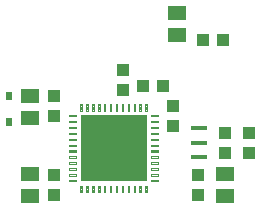
<source format=gbr>
G04 EAGLE Gerber RS-274X export*
G75*
%MOMM*%
%FSLAX34Y34*%
%LPD*%
%INSolderpaste Bottom*%
%IPPOS*%
%AMOC8*
5,1,8,0,0,1.08239X$1,22.5*%
G01*
%ADD10R,1.000000X1.100000*%
%ADD11R,1.500000X1.300000*%
%ADD12C,0.124994*%
%ADD13R,5.699988X5.699988*%
%ADD14R,1.399997X0.400000*%
%ADD15R,1.100000X1.000000*%
%ADD16R,0.500000X0.800000*%


D10*
X95250Y146440D03*
X95250Y163440D03*
D11*
X95250Y109880D03*
X95250Y128880D03*
D12*
X32387Y177497D02*
X32387Y178747D01*
X38137Y178747D01*
X38137Y177497D01*
X32387Y177497D01*
X32387Y178684D02*
X38137Y178684D01*
X32387Y173747D02*
X32387Y172497D01*
X32387Y173747D02*
X38137Y173747D01*
X38137Y172497D01*
X32387Y172497D01*
X32387Y173684D02*
X38137Y173684D01*
X32387Y168747D02*
X32387Y167497D01*
X32387Y168747D02*
X38137Y168747D01*
X38137Y167497D01*
X32387Y167497D01*
X32387Y168684D02*
X38137Y168684D01*
X32387Y163747D02*
X32387Y162497D01*
X32387Y163747D02*
X38137Y163747D01*
X38137Y162497D01*
X32387Y162497D01*
X32387Y163684D02*
X38137Y163684D01*
X32387Y158747D02*
X32387Y157497D01*
X32387Y158747D02*
X38137Y158747D01*
X38137Y157497D01*
X32387Y157497D01*
X32387Y158684D02*
X38137Y158684D01*
X32387Y153747D02*
X32387Y152497D01*
X32387Y153747D02*
X38137Y153747D01*
X38137Y152497D01*
X32387Y152497D01*
X32387Y153684D02*
X38137Y153684D01*
X32387Y148747D02*
X32387Y147497D01*
X32387Y148747D02*
X38137Y148747D01*
X38137Y147497D01*
X32387Y147497D01*
X32387Y148684D02*
X38137Y148684D01*
X32387Y143747D02*
X32387Y142497D01*
X32387Y143747D02*
X38137Y143747D01*
X38137Y142497D01*
X32387Y142497D01*
X32387Y143684D02*
X38137Y143684D01*
X32387Y138747D02*
X32387Y137497D01*
X32387Y138747D02*
X38137Y138747D01*
X38137Y137497D01*
X32387Y137497D01*
X32387Y138684D02*
X38137Y138684D01*
X32387Y133747D02*
X32387Y132497D01*
X32387Y133747D02*
X38137Y133747D01*
X38137Y132497D01*
X32387Y132497D01*
X32387Y133684D02*
X38137Y133684D01*
X32387Y128747D02*
X32387Y127497D01*
X32387Y128747D02*
X38137Y128747D01*
X38137Y127497D01*
X32387Y127497D01*
X32387Y128684D02*
X38137Y128684D01*
X32387Y123747D02*
X32387Y122497D01*
X32387Y123747D02*
X38137Y123747D01*
X38137Y122497D01*
X32387Y122497D01*
X32387Y123684D02*
X38137Y123684D01*
X28887Y118997D02*
X27637Y118997D01*
X28887Y118997D02*
X28887Y113247D01*
X27637Y113247D01*
X27637Y118997D01*
X27637Y114434D02*
X28887Y114434D01*
X28887Y115621D02*
X27637Y115621D01*
X27637Y116808D02*
X28887Y116808D01*
X28887Y117995D02*
X27637Y117995D01*
X23887Y118997D02*
X22637Y118997D01*
X23887Y118997D02*
X23887Y113247D01*
X22637Y113247D01*
X22637Y118997D01*
X22637Y114434D02*
X23887Y114434D01*
X23887Y115621D02*
X22637Y115621D01*
X22637Y116808D02*
X23887Y116808D01*
X23887Y117995D02*
X22637Y117995D01*
X18887Y118997D02*
X17637Y118997D01*
X18887Y118997D02*
X18887Y113247D01*
X17637Y113247D01*
X17637Y118997D01*
X17637Y114434D02*
X18887Y114434D01*
X18887Y115621D02*
X17637Y115621D01*
X17637Y116808D02*
X18887Y116808D01*
X18887Y117995D02*
X17637Y117995D01*
X13887Y118997D02*
X12637Y118997D01*
X13887Y118997D02*
X13887Y113247D01*
X12637Y113247D01*
X12637Y118997D01*
X12637Y114434D02*
X13887Y114434D01*
X13887Y115621D02*
X12637Y115621D01*
X12637Y116808D02*
X13887Y116808D01*
X13887Y117995D02*
X12637Y117995D01*
X8887Y118997D02*
X7637Y118997D01*
X8887Y118997D02*
X8887Y113247D01*
X7637Y113247D01*
X7637Y118997D01*
X7637Y114434D02*
X8887Y114434D01*
X8887Y115621D02*
X7637Y115621D01*
X7637Y116808D02*
X8887Y116808D01*
X8887Y117995D02*
X7637Y117995D01*
X3887Y118997D02*
X2637Y118997D01*
X3887Y118997D02*
X3887Y113247D01*
X2637Y113247D01*
X2637Y118997D01*
X2637Y114434D02*
X3887Y114434D01*
X3887Y115621D02*
X2637Y115621D01*
X2637Y116808D02*
X3887Y116808D01*
X3887Y117995D02*
X2637Y117995D01*
X-1113Y118997D02*
X-2363Y118997D01*
X-1113Y118997D02*
X-1113Y113247D01*
X-2363Y113247D01*
X-2363Y118997D01*
X-2363Y114434D02*
X-1113Y114434D01*
X-1113Y115621D02*
X-2363Y115621D01*
X-2363Y116808D02*
X-1113Y116808D01*
X-1113Y117995D02*
X-2363Y117995D01*
X-6113Y118997D02*
X-7363Y118997D01*
X-6113Y118997D02*
X-6113Y113247D01*
X-7363Y113247D01*
X-7363Y118997D01*
X-7363Y114434D02*
X-6113Y114434D01*
X-6113Y115621D02*
X-7363Y115621D01*
X-7363Y116808D02*
X-6113Y116808D01*
X-6113Y117995D02*
X-7363Y117995D01*
X-11113Y118997D02*
X-12363Y118997D01*
X-11113Y118997D02*
X-11113Y113247D01*
X-12363Y113247D01*
X-12363Y118997D01*
X-12363Y114434D02*
X-11113Y114434D01*
X-11113Y115621D02*
X-12363Y115621D01*
X-12363Y116808D02*
X-11113Y116808D01*
X-11113Y117995D02*
X-12363Y117995D01*
X-16113Y118997D02*
X-17363Y118997D01*
X-16113Y118997D02*
X-16113Y113247D01*
X-17363Y113247D01*
X-17363Y118997D01*
X-17363Y114434D02*
X-16113Y114434D01*
X-16113Y115621D02*
X-17363Y115621D01*
X-17363Y116808D02*
X-16113Y116808D01*
X-16113Y117995D02*
X-17363Y117995D01*
X-21113Y118997D02*
X-22363Y118997D01*
X-21113Y118997D02*
X-21113Y113247D01*
X-22363Y113247D01*
X-22363Y118997D01*
X-22363Y114434D02*
X-21113Y114434D01*
X-21113Y115621D02*
X-22363Y115621D01*
X-22363Y116808D02*
X-21113Y116808D01*
X-21113Y117995D02*
X-22363Y117995D01*
X-26113Y118997D02*
X-27363Y118997D01*
X-26113Y118997D02*
X-26113Y113247D01*
X-27363Y113247D01*
X-27363Y118997D01*
X-27363Y114434D02*
X-26113Y114434D01*
X-26113Y115621D02*
X-27363Y115621D01*
X-27363Y116808D02*
X-26113Y116808D01*
X-26113Y117995D02*
X-27363Y117995D01*
X-30863Y122497D02*
X-30863Y123747D01*
X-30863Y122497D02*
X-36613Y122497D01*
X-36613Y123747D01*
X-30863Y123747D01*
X-30863Y123684D02*
X-36613Y123684D01*
X-30863Y127497D02*
X-30863Y128747D01*
X-30863Y127497D02*
X-36613Y127497D01*
X-36613Y128747D01*
X-30863Y128747D01*
X-30863Y128684D02*
X-36613Y128684D01*
X-30863Y132497D02*
X-30863Y133747D01*
X-30863Y132497D02*
X-36613Y132497D01*
X-36613Y133747D01*
X-30863Y133747D01*
X-30863Y133684D02*
X-36613Y133684D01*
X-30863Y137497D02*
X-30863Y138747D01*
X-30863Y137497D02*
X-36613Y137497D01*
X-36613Y138747D01*
X-30863Y138747D01*
X-30863Y138684D02*
X-36613Y138684D01*
X-30863Y142497D02*
X-30863Y143747D01*
X-30863Y142497D02*
X-36613Y142497D01*
X-36613Y143747D01*
X-30863Y143747D01*
X-30863Y143684D02*
X-36613Y143684D01*
X-30863Y147497D02*
X-30863Y148747D01*
X-30863Y147497D02*
X-36613Y147497D01*
X-36613Y148747D01*
X-30863Y148747D01*
X-30863Y148684D02*
X-36613Y148684D01*
X-30863Y152497D02*
X-30863Y153747D01*
X-30863Y152497D02*
X-36613Y152497D01*
X-36613Y153747D01*
X-30863Y153747D01*
X-30863Y153684D02*
X-36613Y153684D01*
X-30863Y157497D02*
X-30863Y158747D01*
X-30863Y157497D02*
X-36613Y157497D01*
X-36613Y158747D01*
X-30863Y158747D01*
X-30863Y158684D02*
X-36613Y158684D01*
X-30863Y162497D02*
X-30863Y163747D01*
X-30863Y162497D02*
X-36613Y162497D01*
X-36613Y163747D01*
X-30863Y163747D01*
X-30863Y163684D02*
X-36613Y163684D01*
X-30863Y167497D02*
X-30863Y168747D01*
X-30863Y167497D02*
X-36613Y167497D01*
X-36613Y168747D01*
X-30863Y168747D01*
X-30863Y168684D02*
X-36613Y168684D01*
X-30863Y172497D02*
X-30863Y173747D01*
X-30863Y172497D02*
X-36613Y172497D01*
X-36613Y173747D01*
X-30863Y173747D01*
X-30863Y173684D02*
X-36613Y173684D01*
X-30863Y177497D02*
X-30863Y178747D01*
X-30863Y177497D02*
X-36613Y177497D01*
X-36613Y178747D01*
X-30863Y178747D01*
X-30863Y178684D02*
X-36613Y178684D01*
X-27363Y182247D02*
X-26113Y182247D01*
X-27363Y182247D02*
X-27363Y187997D01*
X-26113Y187997D01*
X-26113Y182247D01*
X-26113Y183434D02*
X-27363Y183434D01*
X-27363Y184621D02*
X-26113Y184621D01*
X-26113Y185808D02*
X-27363Y185808D01*
X-27363Y186995D02*
X-26113Y186995D01*
X-22363Y182247D02*
X-21113Y182247D01*
X-22363Y182247D02*
X-22363Y187997D01*
X-21113Y187997D01*
X-21113Y182247D01*
X-21113Y183434D02*
X-22363Y183434D01*
X-22363Y184621D02*
X-21113Y184621D01*
X-21113Y185808D02*
X-22363Y185808D01*
X-22363Y186995D02*
X-21113Y186995D01*
X-17363Y182247D02*
X-16113Y182247D01*
X-17363Y182247D02*
X-17363Y187997D01*
X-16113Y187997D01*
X-16113Y182247D01*
X-16113Y183434D02*
X-17363Y183434D01*
X-17363Y184621D02*
X-16113Y184621D01*
X-16113Y185808D02*
X-17363Y185808D01*
X-17363Y186995D02*
X-16113Y186995D01*
X-12363Y182247D02*
X-11113Y182247D01*
X-12363Y182247D02*
X-12363Y187997D01*
X-11113Y187997D01*
X-11113Y182247D01*
X-11113Y183434D02*
X-12363Y183434D01*
X-12363Y184621D02*
X-11113Y184621D01*
X-11113Y185808D02*
X-12363Y185808D01*
X-12363Y186995D02*
X-11113Y186995D01*
X-7363Y182247D02*
X-6113Y182247D01*
X-7363Y182247D02*
X-7363Y187997D01*
X-6113Y187997D01*
X-6113Y182247D01*
X-6113Y183434D02*
X-7363Y183434D01*
X-7363Y184621D02*
X-6113Y184621D01*
X-6113Y185808D02*
X-7363Y185808D01*
X-7363Y186995D02*
X-6113Y186995D01*
X-2363Y182247D02*
X-1113Y182247D01*
X-2363Y182247D02*
X-2363Y187997D01*
X-1113Y187997D01*
X-1113Y182247D01*
X-1113Y183434D02*
X-2363Y183434D01*
X-2363Y184621D02*
X-1113Y184621D01*
X-1113Y185808D02*
X-2363Y185808D01*
X-2363Y186995D02*
X-1113Y186995D01*
X2637Y182247D02*
X3887Y182247D01*
X2637Y182247D02*
X2637Y187997D01*
X3887Y187997D01*
X3887Y182247D01*
X3887Y183434D02*
X2637Y183434D01*
X2637Y184621D02*
X3887Y184621D01*
X3887Y185808D02*
X2637Y185808D01*
X2637Y186995D02*
X3887Y186995D01*
X7637Y182247D02*
X8887Y182247D01*
X7637Y182247D02*
X7637Y187997D01*
X8887Y187997D01*
X8887Y182247D01*
X8887Y183434D02*
X7637Y183434D01*
X7637Y184621D02*
X8887Y184621D01*
X8887Y185808D02*
X7637Y185808D01*
X7637Y186995D02*
X8887Y186995D01*
X12637Y182247D02*
X13887Y182247D01*
X12637Y182247D02*
X12637Y187997D01*
X13887Y187997D01*
X13887Y182247D01*
X13887Y183434D02*
X12637Y183434D01*
X12637Y184621D02*
X13887Y184621D01*
X13887Y185808D02*
X12637Y185808D01*
X12637Y186995D02*
X13887Y186995D01*
X17637Y182247D02*
X18887Y182247D01*
X17637Y182247D02*
X17637Y187997D01*
X18887Y187997D01*
X18887Y182247D01*
X18887Y183434D02*
X17637Y183434D01*
X17637Y184621D02*
X18887Y184621D01*
X18887Y185808D02*
X17637Y185808D01*
X17637Y186995D02*
X18887Y186995D01*
X22637Y182247D02*
X23887Y182247D01*
X22637Y182247D02*
X22637Y187997D01*
X23887Y187997D01*
X23887Y182247D01*
X23887Y183434D02*
X22637Y183434D01*
X22637Y184621D02*
X23887Y184621D01*
X23887Y185808D02*
X22637Y185808D01*
X22637Y186995D02*
X23887Y186995D01*
X27637Y182247D02*
X28887Y182247D01*
X27637Y182247D02*
X27637Y187997D01*
X28887Y187997D01*
X28887Y182247D01*
X28887Y183434D02*
X27637Y183434D01*
X27637Y184621D02*
X28887Y184621D01*
X28887Y185808D02*
X27637Y185808D01*
X27637Y186995D02*
X28887Y186995D01*
D13*
X762Y150622D03*
D14*
X72865Y167430D03*
X72865Y155430D03*
X72865Y143430D03*
D15*
X8890Y216780D03*
X8890Y199780D03*
D11*
X-69850Y194920D03*
X-69850Y175920D03*
X-69850Y109880D03*
X-69850Y128880D03*
D10*
X72390Y110880D03*
X72390Y127880D03*
X-49530Y195190D03*
X-49530Y178190D03*
X-49530Y110880D03*
X-49530Y127880D03*
D15*
X42790Y203200D03*
X25790Y203200D03*
D10*
X50800Y186300D03*
X50800Y169300D03*
D15*
X115570Y163440D03*
X115570Y146440D03*
D11*
X54610Y265380D03*
X54610Y246380D03*
D10*
X76590Y242570D03*
X93590Y242570D03*
D16*
X-87630Y173150D03*
X-87630Y195150D03*
M02*

</source>
